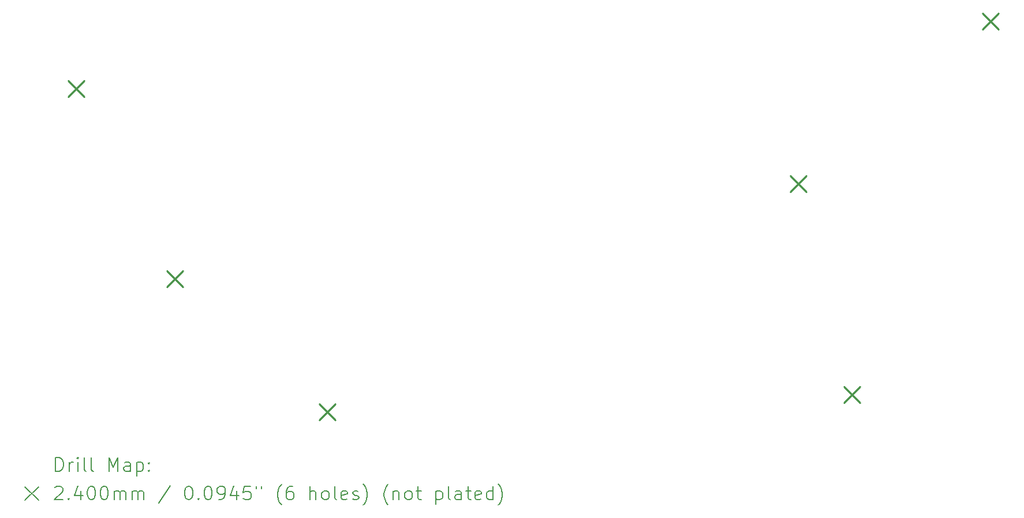
<source format=gbr>
%TF.GenerationSoftware,KiCad,Pcbnew,7.0.1-0*%
%TF.CreationDate,2023-04-14T16:50:05-04:00*%
%TF.ProjectId,WrightSpace,57726967-6874-4537-9061-63652e6b6963,v01*%
%TF.SameCoordinates,Original*%
%TF.FileFunction,Drillmap*%
%TF.FilePolarity,Positive*%
%FSLAX45Y45*%
G04 Gerber Fmt 4.5, Leading zero omitted, Abs format (unit mm)*
G04 Created by KiCad (PCBNEW 7.0.1-0) date 2023-04-14 16:50:05*
%MOMM*%
%LPD*%
G01*
G04 APERTURE LIST*
%ADD10C,0.200000*%
%ADD11C,0.240000*%
G04 APERTURE END LIST*
D10*
D11*
X9405000Y-8287400D02*
X9645000Y-8527400D01*
X9645000Y-8287400D02*
X9405000Y-8527400D01*
X10852800Y-11081400D02*
X11092800Y-11321400D01*
X11092800Y-11081400D02*
X10852800Y-11321400D01*
X13088000Y-13037200D02*
X13328000Y-13277200D01*
X13328000Y-13037200D02*
X13088000Y-13277200D01*
X19996800Y-9684400D02*
X20236800Y-9924400D01*
X20236800Y-9684400D02*
X19996800Y-9924400D01*
X20784200Y-12783200D02*
X21024200Y-13023200D01*
X21024200Y-12783200D02*
X20784200Y-13023200D01*
X22816200Y-7296800D02*
X23056200Y-7536800D01*
X23056200Y-7296800D02*
X22816200Y-7536800D01*
D10*
X9221095Y-14029875D02*
X9221095Y-13829875D01*
X9221095Y-13829875D02*
X9268714Y-13829875D01*
X9268714Y-13829875D02*
X9297285Y-13839399D01*
X9297285Y-13839399D02*
X9316333Y-13858446D01*
X9316333Y-13858446D02*
X9325857Y-13877494D01*
X9325857Y-13877494D02*
X9335381Y-13915589D01*
X9335381Y-13915589D02*
X9335381Y-13944161D01*
X9335381Y-13944161D02*
X9325857Y-13982256D01*
X9325857Y-13982256D02*
X9316333Y-14001304D01*
X9316333Y-14001304D02*
X9297285Y-14020351D01*
X9297285Y-14020351D02*
X9268714Y-14029875D01*
X9268714Y-14029875D02*
X9221095Y-14029875D01*
X9421095Y-14029875D02*
X9421095Y-13896542D01*
X9421095Y-13934637D02*
X9430619Y-13915589D01*
X9430619Y-13915589D02*
X9440142Y-13906065D01*
X9440142Y-13906065D02*
X9459190Y-13896542D01*
X9459190Y-13896542D02*
X9478238Y-13896542D01*
X9544904Y-14029875D02*
X9544904Y-13896542D01*
X9544904Y-13829875D02*
X9535381Y-13839399D01*
X9535381Y-13839399D02*
X9544904Y-13848923D01*
X9544904Y-13848923D02*
X9554428Y-13839399D01*
X9554428Y-13839399D02*
X9544904Y-13829875D01*
X9544904Y-13829875D02*
X9544904Y-13848923D01*
X9668714Y-14029875D02*
X9649666Y-14020351D01*
X9649666Y-14020351D02*
X9640142Y-14001304D01*
X9640142Y-14001304D02*
X9640142Y-13829875D01*
X9773476Y-14029875D02*
X9754428Y-14020351D01*
X9754428Y-14020351D02*
X9744904Y-14001304D01*
X9744904Y-14001304D02*
X9744904Y-13829875D01*
X10002047Y-14029875D02*
X10002047Y-13829875D01*
X10002047Y-13829875D02*
X10068714Y-13972732D01*
X10068714Y-13972732D02*
X10135381Y-13829875D01*
X10135381Y-13829875D02*
X10135381Y-14029875D01*
X10316333Y-14029875D02*
X10316333Y-13925113D01*
X10316333Y-13925113D02*
X10306809Y-13906065D01*
X10306809Y-13906065D02*
X10287762Y-13896542D01*
X10287762Y-13896542D02*
X10249666Y-13896542D01*
X10249666Y-13896542D02*
X10230619Y-13906065D01*
X10316333Y-14020351D02*
X10297285Y-14029875D01*
X10297285Y-14029875D02*
X10249666Y-14029875D01*
X10249666Y-14029875D02*
X10230619Y-14020351D01*
X10230619Y-14020351D02*
X10221095Y-14001304D01*
X10221095Y-14001304D02*
X10221095Y-13982256D01*
X10221095Y-13982256D02*
X10230619Y-13963208D01*
X10230619Y-13963208D02*
X10249666Y-13953685D01*
X10249666Y-13953685D02*
X10297285Y-13953685D01*
X10297285Y-13953685D02*
X10316333Y-13944161D01*
X10411571Y-13896542D02*
X10411571Y-14096542D01*
X10411571Y-13906065D02*
X10430619Y-13896542D01*
X10430619Y-13896542D02*
X10468714Y-13896542D01*
X10468714Y-13896542D02*
X10487762Y-13906065D01*
X10487762Y-13906065D02*
X10497285Y-13915589D01*
X10497285Y-13915589D02*
X10506809Y-13934637D01*
X10506809Y-13934637D02*
X10506809Y-13991780D01*
X10506809Y-13991780D02*
X10497285Y-14010827D01*
X10497285Y-14010827D02*
X10487762Y-14020351D01*
X10487762Y-14020351D02*
X10468714Y-14029875D01*
X10468714Y-14029875D02*
X10430619Y-14029875D01*
X10430619Y-14029875D02*
X10411571Y-14020351D01*
X10592523Y-14010827D02*
X10602047Y-14020351D01*
X10602047Y-14020351D02*
X10592523Y-14029875D01*
X10592523Y-14029875D02*
X10583000Y-14020351D01*
X10583000Y-14020351D02*
X10592523Y-14010827D01*
X10592523Y-14010827D02*
X10592523Y-14029875D01*
X10592523Y-13906065D02*
X10602047Y-13915589D01*
X10602047Y-13915589D02*
X10592523Y-13925113D01*
X10592523Y-13925113D02*
X10583000Y-13915589D01*
X10583000Y-13915589D02*
X10592523Y-13906065D01*
X10592523Y-13906065D02*
X10592523Y-13925113D01*
X8773476Y-14257351D02*
X8973476Y-14457351D01*
X8973476Y-14257351D02*
X8773476Y-14457351D01*
X9211571Y-14268923D02*
X9221095Y-14259399D01*
X9221095Y-14259399D02*
X9240142Y-14249875D01*
X9240142Y-14249875D02*
X9287762Y-14249875D01*
X9287762Y-14249875D02*
X9306809Y-14259399D01*
X9306809Y-14259399D02*
X9316333Y-14268923D01*
X9316333Y-14268923D02*
X9325857Y-14287970D01*
X9325857Y-14287970D02*
X9325857Y-14307018D01*
X9325857Y-14307018D02*
X9316333Y-14335589D01*
X9316333Y-14335589D02*
X9202047Y-14449875D01*
X9202047Y-14449875D02*
X9325857Y-14449875D01*
X9411571Y-14430827D02*
X9421095Y-14440351D01*
X9421095Y-14440351D02*
X9411571Y-14449875D01*
X9411571Y-14449875D02*
X9402047Y-14440351D01*
X9402047Y-14440351D02*
X9411571Y-14430827D01*
X9411571Y-14430827D02*
X9411571Y-14449875D01*
X9592523Y-14316542D02*
X9592523Y-14449875D01*
X9544904Y-14240351D02*
X9497285Y-14383208D01*
X9497285Y-14383208D02*
X9621095Y-14383208D01*
X9735381Y-14249875D02*
X9754428Y-14249875D01*
X9754428Y-14249875D02*
X9773476Y-14259399D01*
X9773476Y-14259399D02*
X9783000Y-14268923D01*
X9783000Y-14268923D02*
X9792523Y-14287970D01*
X9792523Y-14287970D02*
X9802047Y-14326065D01*
X9802047Y-14326065D02*
X9802047Y-14373685D01*
X9802047Y-14373685D02*
X9792523Y-14411780D01*
X9792523Y-14411780D02*
X9783000Y-14430827D01*
X9783000Y-14430827D02*
X9773476Y-14440351D01*
X9773476Y-14440351D02*
X9754428Y-14449875D01*
X9754428Y-14449875D02*
X9735381Y-14449875D01*
X9735381Y-14449875D02*
X9716333Y-14440351D01*
X9716333Y-14440351D02*
X9706809Y-14430827D01*
X9706809Y-14430827D02*
X9697285Y-14411780D01*
X9697285Y-14411780D02*
X9687762Y-14373685D01*
X9687762Y-14373685D02*
X9687762Y-14326065D01*
X9687762Y-14326065D02*
X9697285Y-14287970D01*
X9697285Y-14287970D02*
X9706809Y-14268923D01*
X9706809Y-14268923D02*
X9716333Y-14259399D01*
X9716333Y-14259399D02*
X9735381Y-14249875D01*
X9925857Y-14249875D02*
X9944904Y-14249875D01*
X9944904Y-14249875D02*
X9963952Y-14259399D01*
X9963952Y-14259399D02*
X9973476Y-14268923D01*
X9973476Y-14268923D02*
X9983000Y-14287970D01*
X9983000Y-14287970D02*
X9992523Y-14326065D01*
X9992523Y-14326065D02*
X9992523Y-14373685D01*
X9992523Y-14373685D02*
X9983000Y-14411780D01*
X9983000Y-14411780D02*
X9973476Y-14430827D01*
X9973476Y-14430827D02*
X9963952Y-14440351D01*
X9963952Y-14440351D02*
X9944904Y-14449875D01*
X9944904Y-14449875D02*
X9925857Y-14449875D01*
X9925857Y-14449875D02*
X9906809Y-14440351D01*
X9906809Y-14440351D02*
X9897285Y-14430827D01*
X9897285Y-14430827D02*
X9887762Y-14411780D01*
X9887762Y-14411780D02*
X9878238Y-14373685D01*
X9878238Y-14373685D02*
X9878238Y-14326065D01*
X9878238Y-14326065D02*
X9887762Y-14287970D01*
X9887762Y-14287970D02*
X9897285Y-14268923D01*
X9897285Y-14268923D02*
X9906809Y-14259399D01*
X9906809Y-14259399D02*
X9925857Y-14249875D01*
X10078238Y-14449875D02*
X10078238Y-14316542D01*
X10078238Y-14335589D02*
X10087762Y-14326065D01*
X10087762Y-14326065D02*
X10106809Y-14316542D01*
X10106809Y-14316542D02*
X10135381Y-14316542D01*
X10135381Y-14316542D02*
X10154428Y-14326065D01*
X10154428Y-14326065D02*
X10163952Y-14345113D01*
X10163952Y-14345113D02*
X10163952Y-14449875D01*
X10163952Y-14345113D02*
X10173476Y-14326065D01*
X10173476Y-14326065D02*
X10192523Y-14316542D01*
X10192523Y-14316542D02*
X10221095Y-14316542D01*
X10221095Y-14316542D02*
X10240143Y-14326065D01*
X10240143Y-14326065D02*
X10249666Y-14345113D01*
X10249666Y-14345113D02*
X10249666Y-14449875D01*
X10344904Y-14449875D02*
X10344904Y-14316542D01*
X10344904Y-14335589D02*
X10354428Y-14326065D01*
X10354428Y-14326065D02*
X10373476Y-14316542D01*
X10373476Y-14316542D02*
X10402047Y-14316542D01*
X10402047Y-14316542D02*
X10421095Y-14326065D01*
X10421095Y-14326065D02*
X10430619Y-14345113D01*
X10430619Y-14345113D02*
X10430619Y-14449875D01*
X10430619Y-14345113D02*
X10440143Y-14326065D01*
X10440143Y-14326065D02*
X10459190Y-14316542D01*
X10459190Y-14316542D02*
X10487762Y-14316542D01*
X10487762Y-14316542D02*
X10506809Y-14326065D01*
X10506809Y-14326065D02*
X10516333Y-14345113D01*
X10516333Y-14345113D02*
X10516333Y-14449875D01*
X10906809Y-14240351D02*
X10735381Y-14497494D01*
X11163952Y-14249875D02*
X11183000Y-14249875D01*
X11183000Y-14249875D02*
X11202047Y-14259399D01*
X11202047Y-14259399D02*
X11211571Y-14268923D01*
X11211571Y-14268923D02*
X11221095Y-14287970D01*
X11221095Y-14287970D02*
X11230619Y-14326065D01*
X11230619Y-14326065D02*
X11230619Y-14373685D01*
X11230619Y-14373685D02*
X11221095Y-14411780D01*
X11221095Y-14411780D02*
X11211571Y-14430827D01*
X11211571Y-14430827D02*
X11202047Y-14440351D01*
X11202047Y-14440351D02*
X11183000Y-14449875D01*
X11183000Y-14449875D02*
X11163952Y-14449875D01*
X11163952Y-14449875D02*
X11144905Y-14440351D01*
X11144905Y-14440351D02*
X11135381Y-14430827D01*
X11135381Y-14430827D02*
X11125857Y-14411780D01*
X11125857Y-14411780D02*
X11116333Y-14373685D01*
X11116333Y-14373685D02*
X11116333Y-14326065D01*
X11116333Y-14326065D02*
X11125857Y-14287970D01*
X11125857Y-14287970D02*
X11135381Y-14268923D01*
X11135381Y-14268923D02*
X11144905Y-14259399D01*
X11144905Y-14259399D02*
X11163952Y-14249875D01*
X11316333Y-14430827D02*
X11325857Y-14440351D01*
X11325857Y-14440351D02*
X11316333Y-14449875D01*
X11316333Y-14449875D02*
X11306809Y-14440351D01*
X11306809Y-14440351D02*
X11316333Y-14430827D01*
X11316333Y-14430827D02*
X11316333Y-14449875D01*
X11449666Y-14249875D02*
X11468714Y-14249875D01*
X11468714Y-14249875D02*
X11487762Y-14259399D01*
X11487762Y-14259399D02*
X11497285Y-14268923D01*
X11497285Y-14268923D02*
X11506809Y-14287970D01*
X11506809Y-14287970D02*
X11516333Y-14326065D01*
X11516333Y-14326065D02*
X11516333Y-14373685D01*
X11516333Y-14373685D02*
X11506809Y-14411780D01*
X11506809Y-14411780D02*
X11497285Y-14430827D01*
X11497285Y-14430827D02*
X11487762Y-14440351D01*
X11487762Y-14440351D02*
X11468714Y-14449875D01*
X11468714Y-14449875D02*
X11449666Y-14449875D01*
X11449666Y-14449875D02*
X11430619Y-14440351D01*
X11430619Y-14440351D02*
X11421095Y-14430827D01*
X11421095Y-14430827D02*
X11411571Y-14411780D01*
X11411571Y-14411780D02*
X11402047Y-14373685D01*
X11402047Y-14373685D02*
X11402047Y-14326065D01*
X11402047Y-14326065D02*
X11411571Y-14287970D01*
X11411571Y-14287970D02*
X11421095Y-14268923D01*
X11421095Y-14268923D02*
X11430619Y-14259399D01*
X11430619Y-14259399D02*
X11449666Y-14249875D01*
X11611571Y-14449875D02*
X11649666Y-14449875D01*
X11649666Y-14449875D02*
X11668714Y-14440351D01*
X11668714Y-14440351D02*
X11678238Y-14430827D01*
X11678238Y-14430827D02*
X11697285Y-14402256D01*
X11697285Y-14402256D02*
X11706809Y-14364161D01*
X11706809Y-14364161D02*
X11706809Y-14287970D01*
X11706809Y-14287970D02*
X11697285Y-14268923D01*
X11697285Y-14268923D02*
X11687762Y-14259399D01*
X11687762Y-14259399D02*
X11668714Y-14249875D01*
X11668714Y-14249875D02*
X11630619Y-14249875D01*
X11630619Y-14249875D02*
X11611571Y-14259399D01*
X11611571Y-14259399D02*
X11602047Y-14268923D01*
X11602047Y-14268923D02*
X11592524Y-14287970D01*
X11592524Y-14287970D02*
X11592524Y-14335589D01*
X11592524Y-14335589D02*
X11602047Y-14354637D01*
X11602047Y-14354637D02*
X11611571Y-14364161D01*
X11611571Y-14364161D02*
X11630619Y-14373685D01*
X11630619Y-14373685D02*
X11668714Y-14373685D01*
X11668714Y-14373685D02*
X11687762Y-14364161D01*
X11687762Y-14364161D02*
X11697285Y-14354637D01*
X11697285Y-14354637D02*
X11706809Y-14335589D01*
X11878238Y-14316542D02*
X11878238Y-14449875D01*
X11830619Y-14240351D02*
X11783000Y-14383208D01*
X11783000Y-14383208D02*
X11906809Y-14383208D01*
X12078238Y-14249875D02*
X11983000Y-14249875D01*
X11983000Y-14249875D02*
X11973476Y-14345113D01*
X11973476Y-14345113D02*
X11983000Y-14335589D01*
X11983000Y-14335589D02*
X12002047Y-14326065D01*
X12002047Y-14326065D02*
X12049666Y-14326065D01*
X12049666Y-14326065D02*
X12068714Y-14335589D01*
X12068714Y-14335589D02*
X12078238Y-14345113D01*
X12078238Y-14345113D02*
X12087762Y-14364161D01*
X12087762Y-14364161D02*
X12087762Y-14411780D01*
X12087762Y-14411780D02*
X12078238Y-14430827D01*
X12078238Y-14430827D02*
X12068714Y-14440351D01*
X12068714Y-14440351D02*
X12049666Y-14449875D01*
X12049666Y-14449875D02*
X12002047Y-14449875D01*
X12002047Y-14449875D02*
X11983000Y-14440351D01*
X11983000Y-14440351D02*
X11973476Y-14430827D01*
X12163952Y-14249875D02*
X12163952Y-14287970D01*
X12240143Y-14249875D02*
X12240143Y-14287970D01*
X12535381Y-14526065D02*
X12525857Y-14516542D01*
X12525857Y-14516542D02*
X12506809Y-14487970D01*
X12506809Y-14487970D02*
X12497286Y-14468923D01*
X12497286Y-14468923D02*
X12487762Y-14440351D01*
X12487762Y-14440351D02*
X12478238Y-14392732D01*
X12478238Y-14392732D02*
X12478238Y-14354637D01*
X12478238Y-14354637D02*
X12487762Y-14307018D01*
X12487762Y-14307018D02*
X12497286Y-14278446D01*
X12497286Y-14278446D02*
X12506809Y-14259399D01*
X12506809Y-14259399D02*
X12525857Y-14230827D01*
X12525857Y-14230827D02*
X12535381Y-14221304D01*
X12697286Y-14249875D02*
X12659190Y-14249875D01*
X12659190Y-14249875D02*
X12640143Y-14259399D01*
X12640143Y-14259399D02*
X12630619Y-14268923D01*
X12630619Y-14268923D02*
X12611571Y-14297494D01*
X12611571Y-14297494D02*
X12602047Y-14335589D01*
X12602047Y-14335589D02*
X12602047Y-14411780D01*
X12602047Y-14411780D02*
X12611571Y-14430827D01*
X12611571Y-14430827D02*
X12621095Y-14440351D01*
X12621095Y-14440351D02*
X12640143Y-14449875D01*
X12640143Y-14449875D02*
X12678238Y-14449875D01*
X12678238Y-14449875D02*
X12697286Y-14440351D01*
X12697286Y-14440351D02*
X12706809Y-14430827D01*
X12706809Y-14430827D02*
X12716333Y-14411780D01*
X12716333Y-14411780D02*
X12716333Y-14364161D01*
X12716333Y-14364161D02*
X12706809Y-14345113D01*
X12706809Y-14345113D02*
X12697286Y-14335589D01*
X12697286Y-14335589D02*
X12678238Y-14326065D01*
X12678238Y-14326065D02*
X12640143Y-14326065D01*
X12640143Y-14326065D02*
X12621095Y-14335589D01*
X12621095Y-14335589D02*
X12611571Y-14345113D01*
X12611571Y-14345113D02*
X12602047Y-14364161D01*
X12954428Y-14449875D02*
X12954428Y-14249875D01*
X13040143Y-14449875D02*
X13040143Y-14345113D01*
X13040143Y-14345113D02*
X13030619Y-14326065D01*
X13030619Y-14326065D02*
X13011571Y-14316542D01*
X13011571Y-14316542D02*
X12983000Y-14316542D01*
X12983000Y-14316542D02*
X12963952Y-14326065D01*
X12963952Y-14326065D02*
X12954428Y-14335589D01*
X13163952Y-14449875D02*
X13144905Y-14440351D01*
X13144905Y-14440351D02*
X13135381Y-14430827D01*
X13135381Y-14430827D02*
X13125857Y-14411780D01*
X13125857Y-14411780D02*
X13125857Y-14354637D01*
X13125857Y-14354637D02*
X13135381Y-14335589D01*
X13135381Y-14335589D02*
X13144905Y-14326065D01*
X13144905Y-14326065D02*
X13163952Y-14316542D01*
X13163952Y-14316542D02*
X13192524Y-14316542D01*
X13192524Y-14316542D02*
X13211571Y-14326065D01*
X13211571Y-14326065D02*
X13221095Y-14335589D01*
X13221095Y-14335589D02*
X13230619Y-14354637D01*
X13230619Y-14354637D02*
X13230619Y-14411780D01*
X13230619Y-14411780D02*
X13221095Y-14430827D01*
X13221095Y-14430827D02*
X13211571Y-14440351D01*
X13211571Y-14440351D02*
X13192524Y-14449875D01*
X13192524Y-14449875D02*
X13163952Y-14449875D01*
X13344905Y-14449875D02*
X13325857Y-14440351D01*
X13325857Y-14440351D02*
X13316333Y-14421304D01*
X13316333Y-14421304D02*
X13316333Y-14249875D01*
X13497286Y-14440351D02*
X13478238Y-14449875D01*
X13478238Y-14449875D02*
X13440143Y-14449875D01*
X13440143Y-14449875D02*
X13421095Y-14440351D01*
X13421095Y-14440351D02*
X13411571Y-14421304D01*
X13411571Y-14421304D02*
X13411571Y-14345113D01*
X13411571Y-14345113D02*
X13421095Y-14326065D01*
X13421095Y-14326065D02*
X13440143Y-14316542D01*
X13440143Y-14316542D02*
X13478238Y-14316542D01*
X13478238Y-14316542D02*
X13497286Y-14326065D01*
X13497286Y-14326065D02*
X13506809Y-14345113D01*
X13506809Y-14345113D02*
X13506809Y-14364161D01*
X13506809Y-14364161D02*
X13411571Y-14383208D01*
X13583000Y-14440351D02*
X13602048Y-14449875D01*
X13602048Y-14449875D02*
X13640143Y-14449875D01*
X13640143Y-14449875D02*
X13659190Y-14440351D01*
X13659190Y-14440351D02*
X13668714Y-14421304D01*
X13668714Y-14421304D02*
X13668714Y-14411780D01*
X13668714Y-14411780D02*
X13659190Y-14392732D01*
X13659190Y-14392732D02*
X13640143Y-14383208D01*
X13640143Y-14383208D02*
X13611571Y-14383208D01*
X13611571Y-14383208D02*
X13592524Y-14373685D01*
X13592524Y-14373685D02*
X13583000Y-14354637D01*
X13583000Y-14354637D02*
X13583000Y-14345113D01*
X13583000Y-14345113D02*
X13592524Y-14326065D01*
X13592524Y-14326065D02*
X13611571Y-14316542D01*
X13611571Y-14316542D02*
X13640143Y-14316542D01*
X13640143Y-14316542D02*
X13659190Y-14326065D01*
X13735381Y-14526065D02*
X13744905Y-14516542D01*
X13744905Y-14516542D02*
X13763952Y-14487970D01*
X13763952Y-14487970D02*
X13773476Y-14468923D01*
X13773476Y-14468923D02*
X13783000Y-14440351D01*
X13783000Y-14440351D02*
X13792524Y-14392732D01*
X13792524Y-14392732D02*
X13792524Y-14354637D01*
X13792524Y-14354637D02*
X13783000Y-14307018D01*
X13783000Y-14307018D02*
X13773476Y-14278446D01*
X13773476Y-14278446D02*
X13763952Y-14259399D01*
X13763952Y-14259399D02*
X13744905Y-14230827D01*
X13744905Y-14230827D02*
X13735381Y-14221304D01*
X14097286Y-14526065D02*
X14087762Y-14516542D01*
X14087762Y-14516542D02*
X14068714Y-14487970D01*
X14068714Y-14487970D02*
X14059190Y-14468923D01*
X14059190Y-14468923D02*
X14049667Y-14440351D01*
X14049667Y-14440351D02*
X14040143Y-14392732D01*
X14040143Y-14392732D02*
X14040143Y-14354637D01*
X14040143Y-14354637D02*
X14049667Y-14307018D01*
X14049667Y-14307018D02*
X14059190Y-14278446D01*
X14059190Y-14278446D02*
X14068714Y-14259399D01*
X14068714Y-14259399D02*
X14087762Y-14230827D01*
X14087762Y-14230827D02*
X14097286Y-14221304D01*
X14173476Y-14316542D02*
X14173476Y-14449875D01*
X14173476Y-14335589D02*
X14183000Y-14326065D01*
X14183000Y-14326065D02*
X14202048Y-14316542D01*
X14202048Y-14316542D02*
X14230619Y-14316542D01*
X14230619Y-14316542D02*
X14249667Y-14326065D01*
X14249667Y-14326065D02*
X14259190Y-14345113D01*
X14259190Y-14345113D02*
X14259190Y-14449875D01*
X14383000Y-14449875D02*
X14363952Y-14440351D01*
X14363952Y-14440351D02*
X14354429Y-14430827D01*
X14354429Y-14430827D02*
X14344905Y-14411780D01*
X14344905Y-14411780D02*
X14344905Y-14354637D01*
X14344905Y-14354637D02*
X14354429Y-14335589D01*
X14354429Y-14335589D02*
X14363952Y-14326065D01*
X14363952Y-14326065D02*
X14383000Y-14316542D01*
X14383000Y-14316542D02*
X14411571Y-14316542D01*
X14411571Y-14316542D02*
X14430619Y-14326065D01*
X14430619Y-14326065D02*
X14440143Y-14335589D01*
X14440143Y-14335589D02*
X14449667Y-14354637D01*
X14449667Y-14354637D02*
X14449667Y-14411780D01*
X14449667Y-14411780D02*
X14440143Y-14430827D01*
X14440143Y-14430827D02*
X14430619Y-14440351D01*
X14430619Y-14440351D02*
X14411571Y-14449875D01*
X14411571Y-14449875D02*
X14383000Y-14449875D01*
X14506810Y-14316542D02*
X14583000Y-14316542D01*
X14535381Y-14249875D02*
X14535381Y-14421304D01*
X14535381Y-14421304D02*
X14544905Y-14440351D01*
X14544905Y-14440351D02*
X14563952Y-14449875D01*
X14563952Y-14449875D02*
X14583000Y-14449875D01*
X14802048Y-14316542D02*
X14802048Y-14516542D01*
X14802048Y-14326065D02*
X14821095Y-14316542D01*
X14821095Y-14316542D02*
X14859191Y-14316542D01*
X14859191Y-14316542D02*
X14878238Y-14326065D01*
X14878238Y-14326065D02*
X14887762Y-14335589D01*
X14887762Y-14335589D02*
X14897286Y-14354637D01*
X14897286Y-14354637D02*
X14897286Y-14411780D01*
X14897286Y-14411780D02*
X14887762Y-14430827D01*
X14887762Y-14430827D02*
X14878238Y-14440351D01*
X14878238Y-14440351D02*
X14859191Y-14449875D01*
X14859191Y-14449875D02*
X14821095Y-14449875D01*
X14821095Y-14449875D02*
X14802048Y-14440351D01*
X15011571Y-14449875D02*
X14992524Y-14440351D01*
X14992524Y-14440351D02*
X14983000Y-14421304D01*
X14983000Y-14421304D02*
X14983000Y-14249875D01*
X15173476Y-14449875D02*
X15173476Y-14345113D01*
X15173476Y-14345113D02*
X15163952Y-14326065D01*
X15163952Y-14326065D02*
X15144905Y-14316542D01*
X15144905Y-14316542D02*
X15106810Y-14316542D01*
X15106810Y-14316542D02*
X15087762Y-14326065D01*
X15173476Y-14440351D02*
X15154429Y-14449875D01*
X15154429Y-14449875D02*
X15106810Y-14449875D01*
X15106810Y-14449875D02*
X15087762Y-14440351D01*
X15087762Y-14440351D02*
X15078238Y-14421304D01*
X15078238Y-14421304D02*
X15078238Y-14402256D01*
X15078238Y-14402256D02*
X15087762Y-14383208D01*
X15087762Y-14383208D02*
X15106810Y-14373685D01*
X15106810Y-14373685D02*
X15154429Y-14373685D01*
X15154429Y-14373685D02*
X15173476Y-14364161D01*
X15240143Y-14316542D02*
X15316333Y-14316542D01*
X15268714Y-14249875D02*
X15268714Y-14421304D01*
X15268714Y-14421304D02*
X15278238Y-14440351D01*
X15278238Y-14440351D02*
X15297286Y-14449875D01*
X15297286Y-14449875D02*
X15316333Y-14449875D01*
X15459191Y-14440351D02*
X15440143Y-14449875D01*
X15440143Y-14449875D02*
X15402048Y-14449875D01*
X15402048Y-14449875D02*
X15383000Y-14440351D01*
X15383000Y-14440351D02*
X15373476Y-14421304D01*
X15373476Y-14421304D02*
X15373476Y-14345113D01*
X15373476Y-14345113D02*
X15383000Y-14326065D01*
X15383000Y-14326065D02*
X15402048Y-14316542D01*
X15402048Y-14316542D02*
X15440143Y-14316542D01*
X15440143Y-14316542D02*
X15459191Y-14326065D01*
X15459191Y-14326065D02*
X15468714Y-14345113D01*
X15468714Y-14345113D02*
X15468714Y-14364161D01*
X15468714Y-14364161D02*
X15373476Y-14383208D01*
X15640143Y-14449875D02*
X15640143Y-14249875D01*
X15640143Y-14440351D02*
X15621095Y-14449875D01*
X15621095Y-14449875D02*
X15583000Y-14449875D01*
X15583000Y-14449875D02*
X15563952Y-14440351D01*
X15563952Y-14440351D02*
X15554429Y-14430827D01*
X15554429Y-14430827D02*
X15544905Y-14411780D01*
X15544905Y-14411780D02*
X15544905Y-14354637D01*
X15544905Y-14354637D02*
X15554429Y-14335589D01*
X15554429Y-14335589D02*
X15563952Y-14326065D01*
X15563952Y-14326065D02*
X15583000Y-14316542D01*
X15583000Y-14316542D02*
X15621095Y-14316542D01*
X15621095Y-14316542D02*
X15640143Y-14326065D01*
X15716333Y-14526065D02*
X15725857Y-14516542D01*
X15725857Y-14516542D02*
X15744905Y-14487970D01*
X15744905Y-14487970D02*
X15754429Y-14468923D01*
X15754429Y-14468923D02*
X15763952Y-14440351D01*
X15763952Y-14440351D02*
X15773476Y-14392732D01*
X15773476Y-14392732D02*
X15773476Y-14354637D01*
X15773476Y-14354637D02*
X15763952Y-14307018D01*
X15763952Y-14307018D02*
X15754429Y-14278446D01*
X15754429Y-14278446D02*
X15744905Y-14259399D01*
X15744905Y-14259399D02*
X15725857Y-14230827D01*
X15725857Y-14230827D02*
X15716333Y-14221304D01*
M02*

</source>
